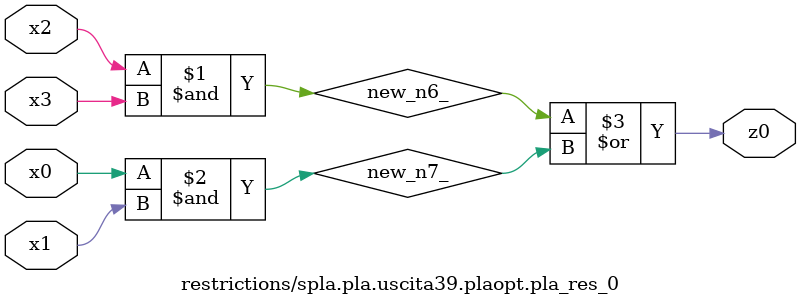
<source format=v>

module \restrictions/spla.pla.uscita39.plaopt.pla_res_0  ( 
    x0, x1, x2, x3,
    z0  );
  input  x0, x1, x2, x3;
  output z0;
  wire new_n6_, new_n7_;
  assign new_n6_ = x2 & x3;
  assign new_n7_ = x0 & x1;
  assign z0 = new_n6_ | new_n7_;
endmodule



</source>
